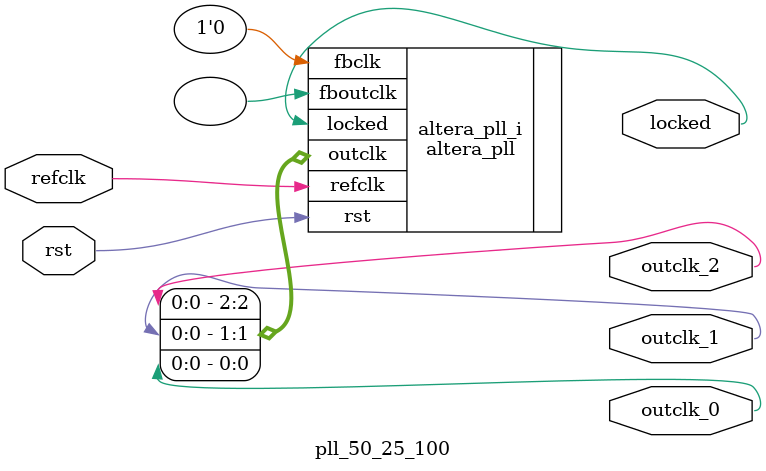
<source format=v>
`timescale 1ns/10ps

module  pll_50_25_100(
	input refclk,
	input rst,
	output outclk_0,
	output outclk_1,
	output outclk_2,
	output locked
);

	altera_pll #(
		.fractional_vco_multiplier("true"),
		.reference_clock_frequency("50.0 MHz"),
		.operation_mode("direct"),
		.number_of_clocks(3),

		.output_clock_frequency0("50.000000 MHz"),
		.phase_shift0("0 ps"),
		.duty_cycle0(50),

		.output_clock_frequency1("25.000000 MHz"),
		.phase_shift1("0 ps"),
		.duty_cycle1(50),

		.output_clock_frequency2("100.000000 MHz"),
		.phase_shift2("0 ps"),
		.duty_cycle2(50),

		.output_clock_frequency3("0 MHz"),
		.phase_shift3("0 ps"),
		.duty_cycle3(50),
		.output_clock_frequency4("0 MHz"),
		.phase_shift4("0 ps"),
		.duty_cycle4(50),
		.output_clock_frequency5("0 MHz"),
		.phase_shift5("0 ps"),
		.duty_cycle5(50),
		.output_clock_frequency6("0 MHz"),
		.phase_shift6("0 ps"),
		.duty_cycle6(50),
		.output_clock_frequency7("0 MHz"),
		.phase_shift7("0 ps"),
		.duty_cycle7(50),
		.output_clock_frequency8("0 MHz"),
		.phase_shift8("0 ps"),
		.duty_cycle8(50),
		.output_clock_frequency9("0 MHz"),
		.phase_shift9("0 ps"),
		.duty_cycle9(50),
		.output_clock_frequency10("0 MHz"),
		.phase_shift10("0 ps"),
		.duty_cycle10(50),
		.output_clock_frequency11("0 MHz"),
		.phase_shift11("0 ps"),
		.duty_cycle11(50),
		.output_clock_frequency12("0 MHz"),
		.phase_shift12("0 ps"),
		.duty_cycle12(50),
		.output_clock_frequency13("0 MHz"),
		.phase_shift13("0 ps"),
		.duty_cycle13(50),
		.output_clock_frequency14("0 MHz"),
		.phase_shift14("0 ps"),
		.duty_cycle14(50),
		.output_clock_frequency15("0 MHz"),
		.phase_shift15("0 ps"),
		.duty_cycle15(50),
		.output_clock_frequency16("0 MHz"),
		.phase_shift16("0 ps"),
		.duty_cycle16(50),
		.output_clock_frequency17("0 MHz"),
		.phase_shift17("0 ps"),
		.duty_cycle17(50),
		.pll_type("General"),
		.pll_subtype("General")
	) altera_pll_i (
		.rst	(rst),
		.outclk	({outclk_2, outclk_1, outclk_0}),
		.locked	(locked),
		.fboutclk	( ),
		.fbclk	(1'b0),
		.refclk	(refclk)
	);
endmodule


</source>
